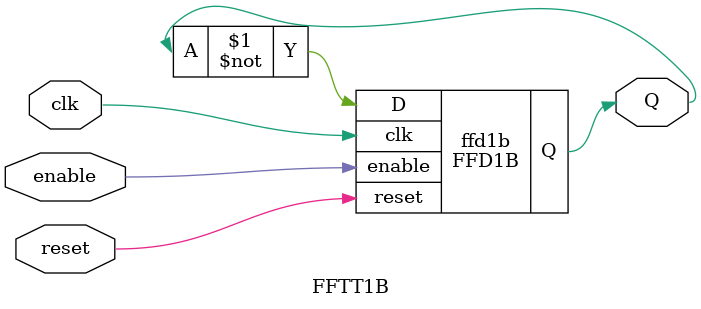
<source format=v>

module FFD1B (input wire D, input wire clk, input wire reset, input wire enable, output reg Q);

    always @ (posedge clk or posedge reset) begin
        if (reset)
            Q <= 1'b0;
        else if (enable)
            Q <= D; 
    end

endmodule 

// Flip Flop tipo T de 1 bit
module FFTT1B (input wire clk, input wire reset, input wire enable, output Q);
FFD1B ffd1b (~Q, clk, reset, enable, Q);

endmodule
</source>
